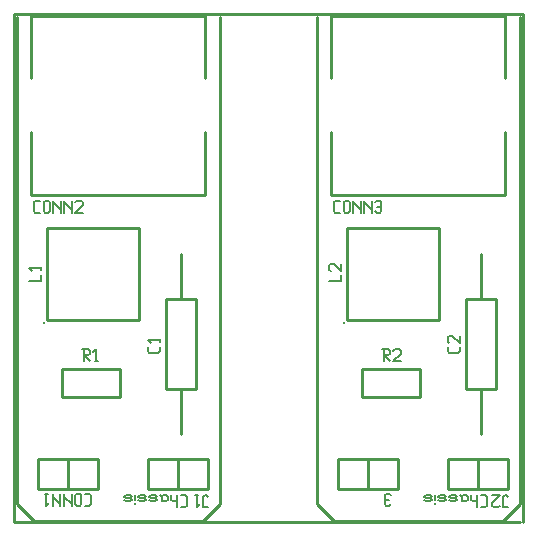
<source format=gto>
G04 start of page 2 for group 1 layer_idx 9 *
G04 Title: (unknown), top_silk *
G04 Creator: pcb-rnd 2.3.0 *
G04 CreationDate: 2021-01-19 15:55:10 UTC *
G04 For:  *
G04 Format: Gerber/RS-274X *
G04 PCB-Dimensions: 200000 200000 *
G04 PCB-Coordinate-Origin: lower left *
%MOIN*%
%FSLAX25Y25*%
%LNTOP_SILK_NONE_1*%
%ADD82C,0.0070*%
%ADD81C,0.0110*%
%ADD80C,0.0100*%
G54D80*X27300Y116062D02*Y85353D01*
Y116062D02*X58008D01*
G54D81*X32500Y68760D02*X51600D01*
G54D80*X22000Y186710D02*Y165860D01*
X16500Y187360D02*Y18010D01*
G54D81*X51600Y68760D02*Y59460D01*
X32500D02*X51600D01*
X32500Y68760D02*Y59460D01*
G54D80*X22000Y127010D02*Y147860D01*
X44500Y38860D02*Y28860D01*
X34500Y38860D02*Y28860D01*
X44500D01*
X26314Y84369D03*
X24500Y38860D02*X44500D01*
X24500D02*Y28860D01*
X44500D01*
X58008Y116062D02*Y85353D01*
X67000Y92360D02*X77000D01*
X80000Y186710D02*X22000D01*
X80000D02*Y165860D01*
Y185876D03*
X16500Y187360D02*X186000D01*
X80000Y127010D02*Y147860D01*
X22000Y127010D02*X80000D01*
X180000Y186710D02*Y165860D01*
X122000Y127010D02*Y147860D01*
X180000Y185876D03*
Y186710D02*X122000D01*
X180000Y127010D02*Y147860D01*
X122000Y127010D02*X180000D01*
X122000Y186710D02*Y165860D01*
X72000Y107360D02*Y92360D01*
X127300Y116062D02*X158008D01*
X172000Y107360D02*Y92360D01*
X167000D02*X177000D01*
X127300Y116062D02*Y85353D01*
X158008Y116062D02*Y85353D01*
X127300D02*X158008D01*
X126314Y84369D03*
X17500Y186360D02*Y23860D01*
X27300Y85353D02*X58008D01*
X72000Y62360D02*Y47360D01*
X67000Y92360D02*Y62360D01*
X71000Y38860D02*Y28860D01*
X61000Y38860D02*Y28860D01*
X77000Y92360D02*Y62360D01*
G54D81*X151600Y68760D02*Y59460D01*
X132500D02*X151600D01*
X132500Y68760D02*Y59460D01*
Y68760D02*X151600D01*
G54D80*X167000Y92360D02*Y62360D01*
X177000Y92360D02*Y62360D01*
X167000D02*X177000D01*
X67000D02*X77000D01*
X172000D02*Y47360D01*
X71000Y28860D02*X81000D01*
X61000D02*X81000D01*
X61000Y38860D02*X81000D01*
X124500D02*X144500D01*
X124500D02*Y28860D01*
X144500D01*
Y38860D02*Y28860D01*
X134500Y38860D02*Y28860D01*
X144500D01*
X171000D02*X181000D01*
X171000Y38860D02*Y28860D01*
X161000Y38860D02*Y28860D01*
Y38860D02*X181000D01*
Y28860D01*
X161000D02*X181000D01*
X81000Y38860D02*Y28860D01*
X117500Y23860D02*X123000Y18360D01*
X179500D01*
X185000Y23860D01*
X79500Y18360D02*X85000Y23860D01*
X186000Y18020D02*Y187360D01*
X117500Y186360D02*Y23860D01*
X185000D02*Y186360D01*
X16500Y18010D02*X184990D01*
X85000Y23860D02*Y186360D01*
X17500Y23860D02*X23000Y18360D01*
X79500D01*
G54D82*X21410Y98344D02*X25410D01*
Y100344D01*
Y102044D02*Y103044D01*
X21410Y102544D02*X25410D01*
X22410Y101544D02*X21410Y102544D01*
X65000Y74860D02*Y76360D01*
X64500Y74360D02*X65000Y74860D01*
X61500Y74360D02*X64500D01*
X61500D02*X61000Y74860D01*
Y76360D01*
X65000Y78060D02*Y79060D01*
X61000Y78560D02*X65000D01*
X62000Y77560D02*X61000Y78560D01*
X41500Y27360D02*X40000D01*
X42000Y26860D02*X41500Y27360D01*
X42000Y23860D02*Y26860D01*
Y23860D02*X41500Y23360D01*
X40000D01*
X38800Y23860D02*Y26860D01*
Y23860D02*X38300Y23360D01*
X37300D01*
X36800Y23860D01*
Y26860D01*
X37300Y27360D02*X36800Y26860D01*
X38300Y27360D02*X37300D01*
X38800Y26860D02*X38300Y27360D01*
X35600Y23360D02*Y27360D01*
Y23360D02*Y23860D01*
X33100Y26360D01*
Y23360D02*Y27360D01*
X31900Y23360D02*Y27360D01*
Y23360D02*Y23860D01*
X29400Y26360D01*
Y23360D02*Y27360D01*
X27700D02*X26700D01*
X27200Y23360D02*Y27360D01*
X28200Y24360D02*X27200Y23360D01*
X39100Y75560D02*X41100D01*
X41600Y75060D01*
Y74060D01*
X41100Y73560D02*X41600Y74060D01*
X39600Y73560D02*X41100D01*
X39600Y75560D02*Y71560D01*
Y73560D02*X41600Y71560D01*
X43300D02*X44300D01*
X43800Y75560D02*Y71560D01*
X42800Y74560D02*X43800Y75560D01*
X73505Y26810D02*X72020D01*
X74000Y26315D02*X73505Y26810D01*
X74000Y23345D02*Y26315D01*
Y23345D02*X73505Y22850D01*
X72020D01*
X70832D02*Y26810D01*
Y25325D02*X70337Y24830D01*
X69347D01*
X68852Y25325D01*
Y26810D01*
X66179Y24830D02*X65684Y25325D01*
X67169Y24830D02*X66179D01*
X67664Y25325D02*X67169Y24830D01*
X67664Y25325D02*Y26315D01*
X67169Y26810D01*
X65684Y24830D02*Y26315D01*
X65189Y26810D01*
X67169D02*X66179D01*
X65684Y26315D01*
X63506Y26810D02*X62021D01*
X61526Y26315D01*
X62021Y25820D02*X61526Y26315D01*
X63506Y25820D02*X62021D01*
X64001Y25325D02*X63506Y25820D01*
X64001Y25325D02*X63506Y24830D01*
X62021D01*
X61526Y25325D01*
X64001Y26315D02*X63506Y26810D01*
X59843D02*X58358D01*
X57863Y26315D01*
X58358Y25820D02*X57863Y26315D01*
X59843Y25820D02*X58358D01*
X60338Y25325D02*X59843Y25820D01*
X60338Y25325D02*X59843Y24830D01*
X58358D01*
X57863Y25325D01*
X60338Y26315D02*X59843Y26810D01*
X56675Y23840D02*Y24335D01*
Y25325D02*Y26810D01*
X55190D02*X53705D01*
X53210Y26315D01*
X53705Y25820D02*X53210Y26315D01*
X55190Y25820D02*X53705D01*
X55685Y25325D02*X55190Y25820D01*
X55685Y25325D02*X55190Y24830D01*
X53705D01*
X53210Y25325D01*
X55685Y26315D02*X55190Y26810D01*
X173505D02*X172020D01*
X174000Y26315D02*X173505Y26810D01*
X174000Y23345D02*Y26315D01*
Y23345D02*X173505Y22850D01*
X172020D01*
X170832D02*Y26810D01*
Y25325D02*X170337Y24830D01*
X169347D01*
X168852Y25325D01*
Y26810D01*
X166179Y24830D02*X165684Y25325D01*
X167169Y24830D02*X166179D01*
X167664Y25325D02*X167169Y24830D01*
X167664Y25325D02*Y26315D01*
X167169Y26810D01*
X165684Y24830D02*Y26315D01*
X165189Y26810D01*
X167169D02*X166179D01*
X165684Y26315D01*
X163506Y26810D02*X162021D01*
X161526Y26315D01*
X162021Y25820D02*X161526Y26315D01*
X163506Y25820D02*X162021D01*
X164001Y25325D02*X163506Y25820D01*
X164001Y25325D02*X163506Y24830D01*
X162021D01*
X161526Y25325D01*
X164001Y26315D02*X163506Y26810D01*
X159843D02*X158358D01*
X157863Y26315D01*
X158358Y25820D02*X157863Y26315D01*
X159843Y25820D02*X158358D01*
X160338Y25325D02*X159843Y25820D01*
X160338Y25325D02*X159843Y24830D01*
X158358D01*
X157863Y25325D01*
X160338Y26315D02*X159843Y26810D01*
X156675Y23840D02*Y24335D01*
Y25325D02*Y26810D01*
X155190D02*X153705D01*
X153210Y26315D01*
X153705Y25820D02*X153210Y26315D01*
X155190Y25820D02*X153705D01*
X155685Y25325D02*X155190Y25820D01*
X155685Y25325D02*X155190Y24830D01*
X153705D01*
X153210Y25325D01*
X155685Y26315D02*X155190Y26810D01*
X81000Y22860D02*X79500D01*
Y26360D01*
X80000Y26860D02*X79500Y26360D01*
X80500Y26860D02*X80000D01*
X81000Y26360D02*X80500Y26860D01*
X77800D02*X76800D01*
X77300Y22860D02*Y26860D01*
X78300Y23860D02*X77300Y22860D01*
X181000D02*X179500D01*
Y26360D01*
X180000Y26860D02*X179500Y26360D01*
X180500Y26860D02*X180000D01*
X181000Y26360D02*X180500Y26860D01*
X178300Y23360D02*X177800Y22860D01*
X176300D01*
X175800Y23360D01*
Y24360D01*
X178300Y26860D02*X175800Y24360D01*
X178300Y26860D02*X175800D01*
X23537Y121050D02*X25037D01*
X23037Y121550D02*X23537Y121050D01*
X23037Y124550D02*Y121550D01*
Y124550D02*X23537Y125050D01*
X25037D01*
X26237Y124550D02*Y121550D01*
Y124550D02*X26737Y125050D01*
X27737D01*
X28237Y124550D01*
Y121550D01*
X27737Y121050D02*X28237Y121550D01*
X26737Y121050D02*X27737D01*
X26237Y121550D02*X26737Y121050D01*
X29437Y125050D02*Y121050D01*
Y125050D02*Y124550D01*
X31937Y122050D01*
Y125050D02*Y121050D01*
X33137Y125050D02*Y121050D01*
Y125050D02*Y124550D01*
X35637Y122050D01*
Y125050D02*Y121050D01*
X36837Y124550D02*X37337Y125050D01*
X38837D01*
X39337Y124550D01*
Y123550D01*
X36837Y121050D02*X39337Y123550D01*
X36837Y121050D02*X39337D01*
X121410Y98344D02*X125410D01*
Y100344D01*
X121910Y101544D02*X121410Y102044D01*
Y103544D01*
X121910Y104044D01*
X122910D01*
X125410Y101544D02*X122910Y104044D01*
X125410Y101544D02*Y104044D01*
X123537Y121050D02*X125037D01*
X123037Y121550D02*X123537Y121050D01*
X123037Y124550D02*Y121550D01*
Y124550D02*X123537Y125050D01*
X125037D01*
X126237Y124550D02*Y121550D01*
Y124550D02*X126737Y125050D01*
X127737D01*
X128237Y124550D01*
Y121550D01*
X127737Y121050D02*X128237Y121550D01*
X126737Y121050D02*X127737D01*
X126237Y121550D02*X126737Y121050D01*
X129437Y125050D02*Y121050D01*
Y125050D02*Y124550D01*
X131937Y122050D01*
Y125050D02*Y121050D01*
X133137Y125050D02*Y121050D01*
Y125050D02*Y124550D01*
X135637Y122050D01*
Y125050D02*Y121050D01*
X136837Y124550D02*X137337Y125050D01*
X138337D01*
X138837Y124550D01*
Y121550D01*
X138337Y121050D02*X138837Y121550D01*
X137337Y121050D02*X138337D01*
X136837Y121550D02*X137337Y121050D01*
Y123050D02*X138837D01*
X165000Y74860D02*Y76360D01*
X164500Y74360D02*X165000Y74860D01*
X161500Y74360D02*X164500D01*
X161500D02*X161000Y74860D01*
Y76360D01*
X161500Y77560D02*X161000Y78060D01*
Y79560D01*
X161500Y80060D01*
X162500D01*
X165000Y77560D02*X162500Y80060D01*
X165000Y77560D02*Y80060D01*
X139100Y75560D02*X141100D01*
X141600Y75060D01*
Y74060D01*
X141100Y73560D02*X141600Y74060D01*
X139600Y73560D02*X141100D01*
X139600Y75560D02*Y71560D01*
Y73560D02*X141600Y71560D01*
X142800Y75060D02*X143300Y75560D01*
X144800D01*
X145300Y75060D01*
Y74060D01*
X142800Y71560D02*X145300Y74060D01*
X142800Y71560D02*X145300D01*
X142000Y23860D02*X141500Y23360D01*
X140500D01*
X140000Y23860D01*
Y26860D01*
X140500Y27360D02*X140000Y26860D01*
X141500Y27360D02*X140500D01*
X142000Y26860D02*X141500Y27360D01*
Y25360D02*X140000D01*
M02*

</source>
